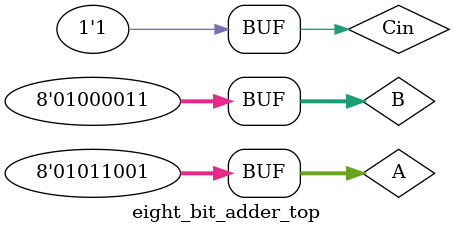
<source format=v>
`include "A1Q1_eight_bit_adder.v"

module eight_bit_adder_top;

   reg [7:0] A;
   reg [7:0] B;
   reg Cin;

   wire [7:0] Sum;
   wire Carry;

   eight_bit_adder ADDER (A, B, Cin, Sum, Carry);

   always @(A or B or Cin or Sum or Carry) begin
         $display("time = %d,  A = %d , B = %d  ,  Cin = %d  ,  Sum = %d and Carry = %b", $time, A, B, Cin, Sum, Carry);
   end

   initial begin
      A = 100; B = 100; Cin = 1;
      #1
      $display("\n");
      A = 59; B = 48; Cin = 0;
      #1
      $display("\n");
      A = 20; B = 67; Cin = 0;
      #1
      $display("\n");
      A = 100; B = 40; Cin = 1;
      #1
      $display("\n");
      A = 60; B = 100; Cin = 1;
      #1
      $display("\n");
      A = 50; B = 100; Cin = 0;
      #1
      $display("\n");
      A = 70; B = 60; Cin = 1;
      #1
      $display("\n");
      A = 40; B = 90; Cin = 0;
      #1
      $display("\n");
      A = 55; B = 66; Cin = 1;
      #1
      $display("\n");
      A = 89; B = 67; Cin = 1;
      #1
      $display("\n");

   end

endmodule
</source>
